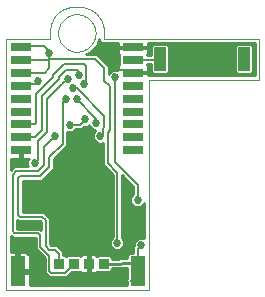
<source format=gbl>
G75*
%MOIN*%
%OFA0B0*%
%FSLAX24Y24*%
%IPPOS*%
%LPD*%
%AMOC8*
5,1,8,0,0,1.08239X$1,22.5*
%
%ADD10C,0.0000*%
%ADD11R,0.0394X0.0787*%
%ADD12R,0.0709X0.0276*%
%ADD13R,0.0709X0.0315*%
%ADD14R,0.0500X0.1000*%
%ADD15R,0.0320X0.0350*%
%ADD16C,0.0100*%
%ADD17C,0.0270*%
%ADD18C,0.0080*%
D10*
X007150Y007500D02*
X007150Y015875D01*
X008619Y015875D01*
X008619Y016168D01*
X008619Y016169D02*
X008622Y016222D01*
X008629Y016275D01*
X008639Y016328D01*
X008652Y016380D01*
X008670Y016431D01*
X008690Y016480D01*
X008714Y016528D01*
X008742Y016574D01*
X008772Y016618D01*
X008805Y016660D01*
X008841Y016700D01*
X008880Y016737D01*
X008921Y016772D01*
X008964Y016803D01*
X009010Y016832D01*
X009057Y016857D01*
X009106Y016879D01*
X009156Y016898D01*
X009207Y016913D01*
X009260Y016925D01*
X009313Y016933D01*
X009366Y016937D01*
X009420Y016938D01*
X009419Y016938D02*
X009556Y016938D01*
X009555Y016938D02*
X009612Y016937D01*
X009668Y016932D01*
X009724Y016924D01*
X009780Y016911D01*
X009834Y016895D01*
X009887Y016875D01*
X009938Y016852D01*
X009988Y016825D01*
X010036Y016795D01*
X010082Y016762D01*
X010125Y016725D01*
X010166Y016686D01*
X010204Y016644D01*
X010239Y016600D01*
X010271Y016553D01*
X010300Y016504D01*
X010325Y016454D01*
X010347Y016401D01*
X010365Y016348D01*
X010379Y016293D01*
X010390Y016237D01*
X010397Y016181D01*
X010400Y016125D01*
X010400Y016124D02*
X010400Y015875D01*
X015584Y015875D01*
X015584Y014503D01*
X011900Y014503D01*
X011900Y014250D01*
X011898Y007500D01*
X007150Y007500D01*
X008875Y016064D02*
X008877Y016114D01*
X008883Y016163D01*
X008893Y016212D01*
X008906Y016259D01*
X008924Y016306D01*
X008945Y016351D01*
X008969Y016394D01*
X008997Y016435D01*
X009028Y016474D01*
X009062Y016510D01*
X009099Y016544D01*
X009139Y016574D01*
X009180Y016601D01*
X009224Y016625D01*
X009269Y016645D01*
X009316Y016661D01*
X009364Y016674D01*
X009413Y016683D01*
X009463Y016688D01*
X009512Y016689D01*
X009562Y016686D01*
X009611Y016679D01*
X009660Y016668D01*
X009707Y016654D01*
X009753Y016635D01*
X009798Y016613D01*
X009841Y016588D01*
X009881Y016559D01*
X009919Y016527D01*
X009955Y016493D01*
X009988Y016455D01*
X010017Y016415D01*
X010043Y016373D01*
X010066Y016329D01*
X010085Y016283D01*
X010101Y016236D01*
X010113Y016187D01*
X010121Y016138D01*
X010125Y016089D01*
X010125Y016039D01*
X010121Y015990D01*
X010113Y015941D01*
X010101Y015892D01*
X010085Y015845D01*
X010066Y015799D01*
X010043Y015755D01*
X010017Y015713D01*
X009988Y015673D01*
X009955Y015635D01*
X009919Y015601D01*
X009881Y015569D01*
X009841Y015540D01*
X009798Y015515D01*
X009753Y015493D01*
X009707Y015474D01*
X009660Y015460D01*
X009611Y015449D01*
X009562Y015442D01*
X009512Y015439D01*
X009463Y015440D01*
X009413Y015445D01*
X009364Y015454D01*
X009316Y015467D01*
X009269Y015483D01*
X009224Y015503D01*
X009180Y015527D01*
X009139Y015554D01*
X009099Y015584D01*
X009062Y015618D01*
X009028Y015654D01*
X008997Y015693D01*
X008969Y015734D01*
X008945Y015777D01*
X008924Y015822D01*
X008906Y015869D01*
X008893Y015916D01*
X008883Y015965D01*
X008877Y016014D01*
X008875Y016064D01*
D11*
X012275Y015189D03*
X015070Y015189D03*
D12*
X011381Y015593D03*
X011381Y012168D03*
X007641Y012168D03*
X007641Y015593D03*
D13*
X007641Y015180D03*
X007641Y014746D03*
X007641Y014313D03*
X007641Y013880D03*
X007641Y013447D03*
X007641Y013014D03*
X007641Y012581D03*
X011381Y012581D03*
X011381Y013014D03*
X011381Y013447D03*
X011381Y013880D03*
X011381Y014313D03*
X011381Y014746D03*
X011381Y015180D03*
D14*
X011525Y008125D03*
X007525Y008125D03*
D15*
X008900Y008375D03*
X009400Y008375D03*
X009900Y008375D03*
X010400Y008375D03*
D16*
X011525Y008405D01*
X011636Y008294D01*
X011319Y007794D01*
X011525Y008125D01*
X011165Y008091D02*
X010607Y008091D01*
X010606Y008090D02*
X010670Y008154D01*
X010670Y008222D01*
X011165Y008235D01*
X011165Y007850D01*
X011148Y007824D01*
X011148Y007823D01*
X011148Y007822D01*
X011163Y007758D01*
X011165Y007748D01*
X011165Y007650D01*
X007925Y007650D01*
X007925Y008075D01*
X007575Y008075D01*
X007575Y008175D01*
X007475Y008175D01*
X007475Y008775D01*
X007300Y008775D01*
X007300Y009293D01*
X007357Y009236D01*
X008125Y009236D01*
X008125Y008932D01*
X008124Y008870D01*
X008125Y008870D01*
X008125Y008869D01*
X008169Y008826D01*
X008429Y008561D01*
X008429Y008063D01*
X008490Y008002D01*
X008578Y007914D01*
X009151Y007914D01*
X009327Y008090D01*
X009606Y008090D01*
X009622Y008106D01*
X009648Y008080D01*
X009682Y008060D01*
X009720Y008050D01*
X009870Y008050D01*
X009870Y008345D01*
X009930Y008345D01*
X009930Y008050D01*
X010080Y008050D01*
X010118Y008060D01*
X010152Y008080D01*
X010178Y008106D01*
X010194Y008090D01*
X010606Y008090D01*
X010670Y008190D02*
X011165Y008190D01*
X011165Y007993D02*
X009230Y007993D01*
X009607Y008091D02*
X009637Y008091D01*
X009870Y008091D02*
X009930Y008091D01*
X009930Y008190D02*
X009870Y008190D01*
X009870Y008288D02*
X009930Y008288D01*
X009930Y008405D02*
X009870Y008405D01*
X009870Y008700D01*
X009720Y008700D01*
X009682Y008690D01*
X009648Y008670D01*
X009622Y008644D01*
X009606Y008660D01*
X009194Y008660D01*
X009150Y008616D01*
X009106Y008660D01*
X009050Y008660D01*
X009050Y008763D01*
X008962Y008851D01*
X008828Y008985D01*
X008645Y008985D01*
X008610Y009020D01*
X008610Y009885D01*
X008400Y010095D01*
X007691Y010095D01*
X007691Y011135D01*
X008338Y011135D01*
X008426Y011223D01*
X008732Y011529D01*
X008732Y011870D01*
X009175Y012313D01*
X009175Y012776D01*
X009226Y012755D01*
X009324Y012755D01*
X009414Y012792D01*
X009471Y012850D01*
X009651Y012850D01*
X009742Y012941D01*
X009824Y012941D01*
X009914Y012979D01*
X009918Y012983D01*
X009942Y012925D01*
X010011Y012856D01*
X010101Y012819D01*
X010122Y012819D01*
X010067Y012764D01*
X010030Y012674D01*
X010030Y012576D01*
X010067Y012486D01*
X010136Y012417D01*
X010226Y012380D01*
X010324Y012380D01*
X010383Y012404D01*
X010383Y011662D01*
X010699Y011345D01*
X010699Y009272D01*
X010697Y009271D01*
X010629Y009203D01*
X010591Y009112D01*
X010591Y009015D01*
X010629Y008925D01*
X010697Y008856D01*
X010788Y008819D01*
X010885Y008819D01*
X010975Y008856D01*
X011044Y008925D01*
X011081Y009015D01*
X011081Y009112D01*
X011044Y009203D01*
X010999Y009248D01*
X010999Y011314D01*
X011375Y010938D01*
X011375Y010696D01*
X011317Y010639D01*
X011280Y010549D01*
X011280Y010451D01*
X011317Y010361D01*
X011386Y010292D01*
X011476Y010255D01*
X011574Y010255D01*
X011664Y010292D01*
X011733Y010361D01*
X011749Y010400D01*
X011749Y009224D01*
X011699Y009245D01*
X011601Y009245D01*
X011511Y009208D01*
X011442Y009139D01*
X011405Y009049D01*
X011405Y008967D01*
X011375Y008937D01*
X011375Y008735D01*
X011229Y008735D01*
X011165Y008671D01*
X011165Y008555D01*
X010670Y008542D01*
X010670Y008596D01*
X010606Y008660D01*
X010194Y008660D01*
X010178Y008644D01*
X010152Y008670D01*
X010118Y008690D01*
X010080Y008700D01*
X009930Y008700D01*
X009930Y008405D01*
X009930Y008485D02*
X009870Y008485D01*
X009870Y008584D02*
X009930Y008584D01*
X009930Y008682D02*
X009870Y008682D01*
X009669Y008682D02*
X009050Y008682D01*
X009033Y008781D02*
X011375Y008781D01*
X011375Y008879D02*
X010998Y008879D01*
X011066Y008978D02*
X011405Y008978D01*
X011416Y009076D02*
X011081Y009076D01*
X011056Y009175D02*
X011478Y009175D01*
X011749Y009273D02*
X010999Y009273D01*
X010999Y009372D02*
X011749Y009372D01*
X011749Y009470D02*
X010999Y009470D01*
X010999Y009569D02*
X011749Y009569D01*
X011749Y009667D02*
X010999Y009667D01*
X010999Y009766D02*
X011749Y009766D01*
X011749Y009864D02*
X010999Y009864D01*
X010999Y009963D02*
X011749Y009963D01*
X011749Y010061D02*
X010999Y010061D01*
X010999Y010160D02*
X011749Y010160D01*
X011749Y010258D02*
X011581Y010258D01*
X011469Y010258D02*
X010999Y010258D01*
X010999Y010357D02*
X011322Y010357D01*
X011280Y010455D02*
X010999Y010455D01*
X010999Y010554D02*
X011282Y010554D01*
X011331Y010652D02*
X010999Y010652D01*
X010999Y010751D02*
X011375Y010751D01*
X011375Y010849D02*
X010999Y010849D01*
X010999Y010948D02*
X011365Y010948D01*
X011267Y011046D02*
X010999Y011046D01*
X010999Y011145D02*
X011168Y011145D01*
X011070Y011243D02*
X010999Y011243D01*
X010699Y011243D02*
X008446Y011243D01*
X008348Y011145D02*
X010699Y011145D01*
X010699Y011046D02*
X007691Y011046D01*
X007691Y010948D02*
X010699Y010948D01*
X010699Y010849D02*
X007691Y010849D01*
X007691Y010751D02*
X010699Y010751D01*
X010699Y010652D02*
X007691Y010652D01*
X007691Y010554D02*
X010699Y010554D01*
X010699Y010455D02*
X007691Y010455D01*
X007691Y010357D02*
X010699Y010357D01*
X010699Y010258D02*
X007691Y010258D01*
X007691Y010160D02*
X010699Y010160D01*
X010699Y010061D02*
X008434Y010061D01*
X008532Y009963D02*
X010699Y009963D01*
X010699Y009864D02*
X008610Y009864D01*
X008610Y009766D02*
X010699Y009766D01*
X010699Y009667D02*
X008610Y009667D01*
X008610Y009569D02*
X010699Y009569D01*
X010699Y009470D02*
X008610Y009470D01*
X008610Y009372D02*
X010699Y009372D01*
X010699Y009273D02*
X008610Y009273D01*
X008610Y009175D02*
X010617Y009175D01*
X010591Y009076D02*
X008610Y009076D01*
X008836Y008978D02*
X010607Y008978D01*
X010675Y008879D02*
X008934Y008879D01*
X008407Y008584D02*
X007925Y008584D01*
X007925Y008645D02*
X007915Y008683D01*
X007895Y008717D01*
X007867Y008745D01*
X007833Y008765D01*
X007795Y008775D01*
X007575Y008775D01*
X007575Y008175D01*
X007925Y008175D01*
X007925Y008645D01*
X007915Y008682D02*
X008310Y008682D01*
X008213Y008781D02*
X007300Y008781D01*
X007300Y008879D02*
X008125Y008879D01*
X008125Y008978D02*
X007300Y008978D01*
X007300Y009076D02*
X008125Y009076D01*
X008125Y009175D02*
X007300Y009175D01*
X007300Y009273D02*
X007320Y009273D01*
X007507Y009536D02*
X007507Y009828D01*
X007540Y009795D01*
X008275Y009795D01*
X008310Y009760D01*
X008310Y009502D01*
X008276Y009536D01*
X007507Y009536D01*
X007507Y009569D02*
X008310Y009569D01*
X008310Y009667D02*
X007507Y009667D01*
X007507Y009766D02*
X008305Y009766D01*
X007575Y008682D02*
X007475Y008682D01*
X007475Y008584D02*
X007575Y008584D01*
X007575Y008485D02*
X007475Y008485D01*
X007475Y008387D02*
X007575Y008387D01*
X007575Y008288D02*
X007475Y008288D01*
X007475Y008190D02*
X007575Y008190D01*
X007575Y008091D02*
X008429Y008091D01*
X008429Y008190D02*
X007925Y008190D01*
X007925Y008288D02*
X008429Y008288D01*
X008429Y008387D02*
X007925Y008387D01*
X007925Y008485D02*
X008429Y008485D01*
X008499Y007993D02*
X007925Y007993D01*
X007925Y007894D02*
X011165Y007894D01*
X011154Y007796D02*
X007925Y007796D01*
X007925Y007697D02*
X011165Y007697D01*
X011165Y008584D02*
X010670Y008584D01*
X011176Y008682D02*
X010131Y008682D01*
X010163Y008091D02*
X010193Y008091D01*
X011728Y010357D02*
X011749Y010357D01*
X010699Y011342D02*
X008545Y011342D01*
X008643Y011440D02*
X010604Y011440D01*
X010506Y011539D02*
X008732Y011539D01*
X008732Y011637D02*
X010407Y011637D01*
X010383Y011736D02*
X008732Y011736D01*
X008732Y011834D02*
X010383Y011834D01*
X010383Y011933D02*
X008795Y011933D01*
X008893Y012031D02*
X010383Y012031D01*
X010383Y012130D02*
X008992Y012130D01*
X009090Y012228D02*
X010383Y012228D01*
X010383Y012327D02*
X009175Y012327D01*
X009175Y012425D02*
X010129Y012425D01*
X010052Y012524D02*
X009175Y012524D01*
X009175Y012622D02*
X010030Y012622D01*
X010049Y012721D02*
X009175Y012721D01*
X009440Y012819D02*
X010101Y012819D01*
X009950Y012918D02*
X009718Y012918D01*
X010570Y014708D02*
X010570Y014961D01*
X010482Y015049D01*
X010176Y015355D01*
X009814Y015355D01*
X009939Y015407D01*
X010157Y015625D01*
X010250Y015849D01*
X010250Y015813D01*
X010338Y015725D01*
X010877Y015725D01*
X010877Y015612D01*
X011362Y015612D01*
X011362Y015574D01*
X010877Y015574D01*
X010877Y015435D01*
X010887Y015397D01*
X010907Y015363D01*
X010917Y015353D01*
X010917Y015006D01*
X010907Y014996D01*
X010887Y014962D01*
X010877Y014924D01*
X010877Y014821D01*
X010836Y014837D01*
X010739Y014837D01*
X010649Y014800D01*
X010580Y014731D01*
X010570Y014708D01*
X010570Y014789D02*
X010638Y014789D01*
X010570Y014888D02*
X010877Y014888D01*
X010901Y014986D02*
X010545Y014986D01*
X010446Y015085D02*
X010917Y015085D01*
X010917Y015183D02*
X010348Y015183D01*
X010249Y015282D02*
X010917Y015282D01*
X010897Y015380D02*
X009875Y015380D01*
X010011Y015479D02*
X010877Y015479D01*
X010877Y015676D02*
X010178Y015676D01*
X010219Y015774D02*
X010289Y015774D01*
X010109Y015577D02*
X011362Y015577D01*
X011400Y015577D02*
X011968Y015577D01*
X011968Y015628D02*
X011968Y015330D01*
X011846Y015330D01*
X011846Y015353D01*
X011856Y015363D01*
X011875Y015397D01*
X011886Y015435D01*
X011886Y015574D01*
X011400Y015574D01*
X011400Y015612D01*
X011886Y015612D01*
X011886Y015725D01*
X015434Y015725D01*
X015434Y014652D01*
X011886Y014652D01*
X011886Y014718D01*
X011410Y014718D01*
X011410Y014775D01*
X011886Y014775D01*
X011886Y014924D01*
X011875Y014962D01*
X011856Y014996D01*
X011846Y015006D01*
X011846Y015030D01*
X011968Y015030D01*
X011968Y014749D01*
X012033Y014685D01*
X012517Y014685D01*
X012582Y014749D01*
X012582Y015628D01*
X012517Y015692D01*
X012033Y015692D01*
X011968Y015628D01*
X012016Y015676D02*
X011886Y015676D01*
X011886Y015479D02*
X011968Y015479D01*
X011968Y015380D02*
X011866Y015380D01*
X011861Y014986D02*
X011968Y014986D01*
X011968Y014888D02*
X011886Y014888D01*
X011886Y014789D02*
X011968Y014789D01*
X012027Y014691D02*
X011886Y014691D01*
X012523Y014691D02*
X014822Y014691D01*
X014828Y014685D02*
X014763Y014749D01*
X014763Y015628D01*
X014828Y015692D01*
X015313Y015692D01*
X015377Y015628D01*
X015377Y014749D01*
X015313Y014685D01*
X014828Y014685D01*
X014763Y014789D02*
X012582Y014789D01*
X012582Y014888D02*
X014763Y014888D01*
X014763Y014986D02*
X012582Y014986D01*
X012582Y015085D02*
X014763Y015085D01*
X014763Y015183D02*
X012582Y015183D01*
X012582Y015282D02*
X014763Y015282D01*
X014763Y015380D02*
X012582Y015380D01*
X012582Y015479D02*
X014763Y015479D01*
X014763Y015577D02*
X012582Y015577D01*
X012534Y015676D02*
X014811Y015676D01*
X015330Y015676D02*
X015434Y015676D01*
X015434Y015577D02*
X015377Y015577D01*
X015377Y015479D02*
X015434Y015479D01*
X015434Y015380D02*
X015377Y015380D01*
X015377Y015282D02*
X015434Y015282D01*
X015434Y015183D02*
X015377Y015183D01*
X015377Y015085D02*
X015434Y015085D01*
X015434Y014986D02*
X015377Y014986D01*
X015377Y014888D02*
X015434Y014888D01*
X015434Y014789D02*
X015377Y014789D01*
X015434Y014691D02*
X015318Y014691D01*
X007912Y011880D02*
X007885Y011853D01*
X007848Y011762D01*
X007848Y011665D01*
X007867Y011619D01*
X007418Y011619D01*
X007300Y011501D01*
X007300Y011880D01*
X007622Y011880D01*
X007622Y012149D01*
X007660Y012149D01*
X007660Y011880D01*
X007912Y011880D01*
X007877Y011834D02*
X007300Y011834D01*
X007300Y011736D02*
X007848Y011736D01*
X007859Y011637D02*
X007300Y011637D01*
X007300Y011539D02*
X007338Y011539D01*
X007622Y011933D02*
X007660Y011933D01*
X007660Y012031D02*
X007622Y012031D01*
X007622Y012130D02*
X007660Y012130D01*
D17*
X007478Y011740D03*
X008093Y011714D03*
X007836Y010838D03*
X007836Y010526D03*
X007836Y010213D03*
X007836Y009651D03*
X007903Y009108D03*
X007905Y008774D03*
X008280Y008490D03*
X008343Y008124D03*
X008588Y007756D03*
X010159Y008898D03*
X010495Y009144D03*
X010434Y009511D03*
X010228Y009814D03*
X010220Y010248D03*
X010280Y011111D03*
X009525Y011875D03*
X008775Y012625D03*
X009275Y013000D03*
X009775Y013186D03*
X010150Y013064D03*
X010275Y012625D03*
X009501Y013858D03*
X009134Y013858D03*
X009379Y014225D03*
X009195Y014536D03*
X009560Y014654D03*
X009746Y014348D03*
X010788Y014593D03*
X010400Y015500D03*
X008583Y015389D03*
X008215Y014470D03*
X011525Y010500D03*
X011650Y009000D03*
X010836Y009064D03*
X013525Y015125D03*
D18*
X012275Y015189D02*
X012220Y015180D01*
X011381Y015180D01*
X011155Y014838D02*
X010849Y014838D01*
X010788Y014593D02*
X010775Y014544D01*
X010775Y011750D01*
X011525Y011000D01*
X011525Y010500D01*
X010849Y011408D02*
X010849Y009076D01*
X010836Y009064D01*
X011525Y008875D02*
X011525Y008405D01*
X011525Y008125D01*
X011525Y008875D02*
X011650Y009000D01*
X009400Y008375D02*
X009089Y008064D01*
X008640Y008064D01*
X008579Y008125D01*
X008579Y008623D01*
X008275Y008931D01*
X008275Y009325D01*
X008214Y009386D01*
X007419Y009386D01*
X007358Y009448D01*
X007358Y011346D01*
X007480Y011469D01*
X008215Y011469D01*
X008400Y011654D01*
X008400Y012250D01*
X008775Y012625D01*
X008521Y012755D02*
X008521Y013858D01*
X009016Y014353D01*
X009195Y014536D01*
X009379Y014225D02*
X009501Y014225D01*
X010420Y013306D01*
X010420Y012939D01*
X010359Y012878D01*
X010359Y012694D01*
X010290Y012625D01*
X010275Y012625D01*
X010533Y012745D02*
X010533Y011724D01*
X010849Y011408D01*
X010533Y012745D02*
X010604Y012816D01*
X010604Y014286D01*
X010420Y014470D01*
X010420Y014899D01*
X010114Y015205D01*
X008583Y015205D01*
X008583Y015215D01*
X008583Y015389D01*
X008583Y015450D01*
X008399Y015634D01*
X007807Y015634D01*
X007641Y015593D01*
X007641Y015180D02*
X008547Y015180D01*
X008583Y015215D01*
X008583Y015205D02*
X008583Y015144D01*
X008583Y014899D01*
X008430Y014746D01*
X007641Y014746D01*
X007703Y014375D02*
X007641Y014313D01*
X007675Y014348D01*
X007703Y014375D02*
X007900Y014375D01*
X007928Y014348D01*
X008154Y014348D01*
X008215Y014409D01*
X008215Y014470D01*
X008146Y014034D02*
X008705Y014593D01*
X008705Y014654D01*
X009073Y015021D01*
X009746Y015021D01*
X009808Y014960D01*
X009808Y014348D01*
X009746Y014348D01*
X009560Y014654D02*
X009560Y014779D01*
X009501Y014838D01*
X009134Y014838D01*
X008889Y014593D01*
X008889Y014531D01*
X008338Y013980D01*
X008338Y012886D01*
X008344Y012819D01*
X008106Y012581D01*
X007641Y012581D01*
X007641Y013014D02*
X008103Y013014D01*
X008154Y013065D01*
X008146Y014034D01*
X009025Y013749D02*
X009025Y012375D01*
X008583Y011933D01*
X008583Y011591D01*
X008276Y011285D01*
X007603Y011285D01*
X007541Y011224D01*
X007541Y010006D01*
X007603Y009945D01*
X008338Y009945D01*
X008460Y009823D01*
X008460Y008958D01*
X008583Y008835D01*
X008766Y008835D01*
X008900Y008701D01*
X008900Y008375D01*
X008114Y011714D02*
X008093Y011714D01*
X008114Y011714D02*
X008215Y011815D01*
X008215Y012449D01*
X008521Y012755D01*
X009275Y013000D02*
X009589Y013000D01*
X009775Y013186D01*
X010150Y013209D02*
X009501Y013858D01*
X009134Y013858D02*
X009025Y013749D01*
X010150Y013209D02*
X010150Y013064D01*
X008583Y015144D02*
X008547Y015180D01*
M02*

</source>
